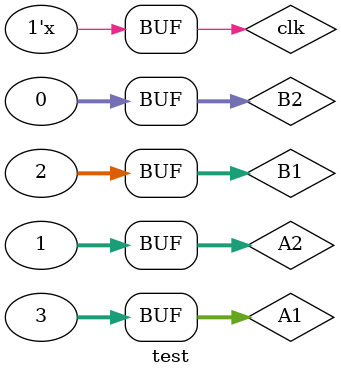
<source format=v>
`timescale 1ns / 1ps


module test;

	// Inputs
	reg [31:0] A1;
	reg [31:0] A2;
	reg [31:0] B1;
	reg [31:0] B2;
	reg clk;

	// Outputs
	wire [31:0] C;

	// Instantiate the Unit Under Test (UUT)
	pipeline uut (
		.A1(A1), 
		.A2(A2), 
		.B1(B1), 
		.B2(B2), 
		.clk(clk), 
		.C(C)
	);

	initial begin
		// Initialize Inputs
		A1 = 0;
		A2 = 0;
		B1 = 0;
		B2 = 0;
		clk = 0;

		// Wait 100 ns for global reset to finish
		#100;
		
		A1=0;
		B1=1;
		A2=2;
		B2=3;
		#10;
		A1=3;
		B1=2;
		A2=1;
		B2=0;
		#10;
        
		// Add stimulus here

	end
	always #5 clk=~clk;
      
endmodule


</source>
